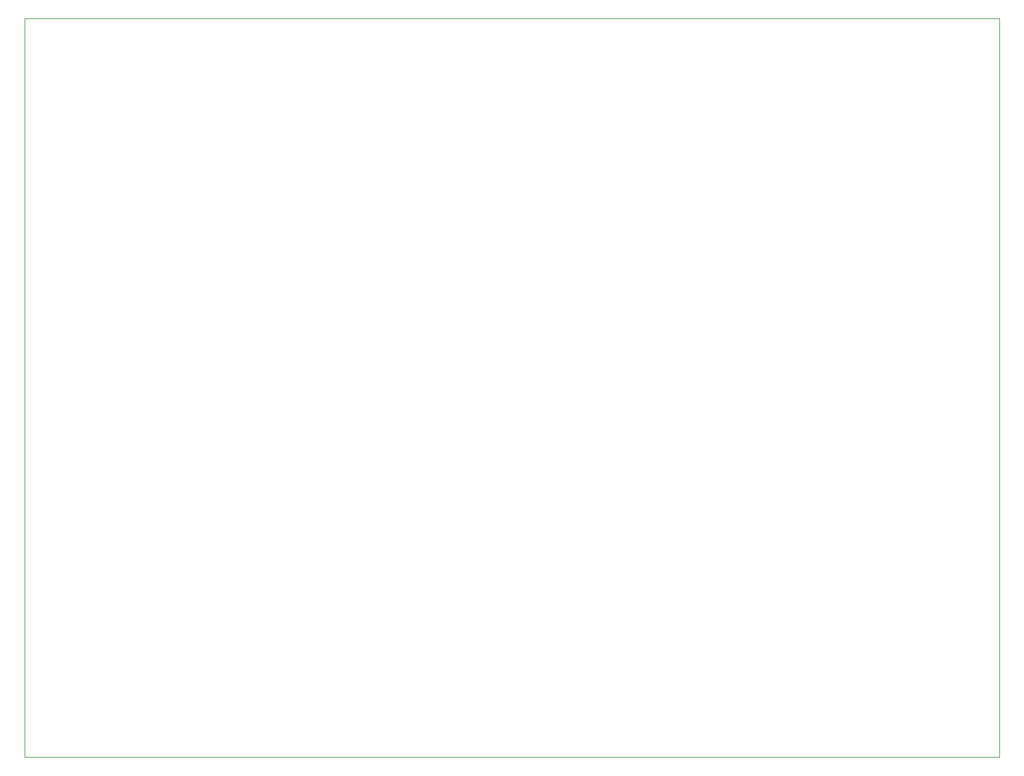
<source format=gbr>
%TF.GenerationSoftware,KiCad,Pcbnew,(5.1.12)-1*%
%TF.CreationDate,2022-01-01T20:41:33-08:00*%
%TF.ProjectId,Lobotomizer,4c6f626f-746f-46d6-997a-65722e6b6963,rev?*%
%TF.SameCoordinates,Original*%
%TF.FileFunction,Profile,NP*%
%FSLAX46Y46*%
G04 Gerber Fmt 4.6, Leading zero omitted, Abs format (unit mm)*
G04 Created by KiCad (PCBNEW (5.1.12)-1) date 2022-01-01 20:41:33*
%MOMM*%
%LPD*%
G01*
G04 APERTURE LIST*
%TA.AperFunction,Profile*%
%ADD10C,0.100000*%
%TD*%
G04 APERTURE END LIST*
D10*
X210185000Y-50800000D02*
X210185000Y-152400000D01*
X76200000Y-50800000D02*
X210185000Y-50800000D01*
X76200000Y-152400000D02*
X76200000Y-50800000D01*
X210185000Y-152400000D02*
X76200000Y-152400000D01*
M02*

</source>
